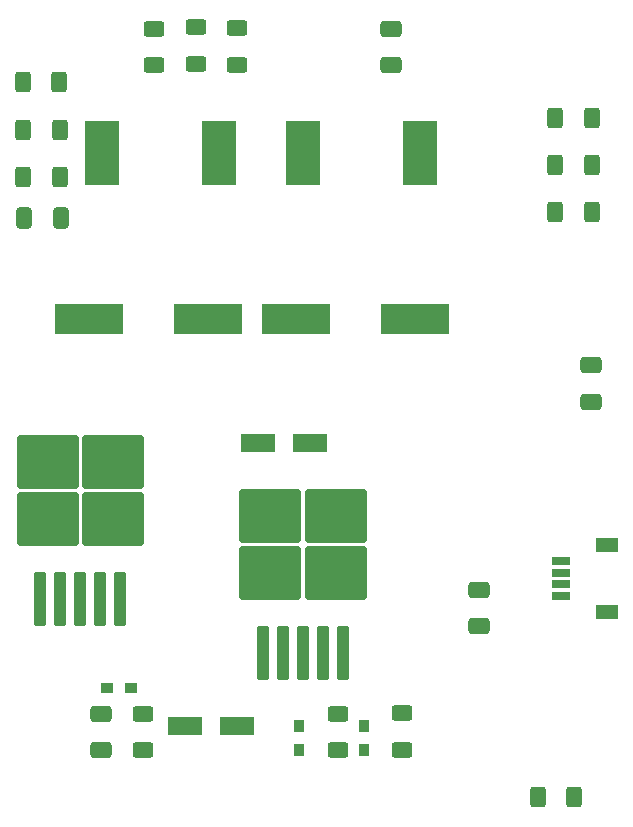
<source format=gbr>
%TF.GenerationSoftware,KiCad,Pcbnew,8.0.8*%
%TF.CreationDate,2025-02-20T18:43:26-05:00*%
%TF.ProjectId,pcb_v3,7063625f-7633-42e6-9b69-6361645f7063,rev?*%
%TF.SameCoordinates,Original*%
%TF.FileFunction,Paste,Top*%
%TF.FilePolarity,Positive*%
%FSLAX46Y46*%
G04 Gerber Fmt 4.6, Leading zero omitted, Abs format (unit mm)*
G04 Created by KiCad (PCBNEW 8.0.8) date 2025-02-20 18:43:26*
%MOMM*%
%LPD*%
G01*
G04 APERTURE LIST*
G04 Aperture macros list*
%AMRoundRect*
0 Rectangle with rounded corners*
0 $1 Rounding radius*
0 $2 $3 $4 $5 $6 $7 $8 $9 X,Y pos of 4 corners*
0 Add a 4 corners polygon primitive as box body*
4,1,4,$2,$3,$4,$5,$6,$7,$8,$9,$2,$3,0*
0 Add four circle primitives for the rounded corners*
1,1,$1+$1,$2,$3*
1,1,$1+$1,$4,$5*
1,1,$1+$1,$6,$7*
1,1,$1+$1,$8,$9*
0 Add four rect primitives between the rounded corners*
20,1,$1+$1,$2,$3,$4,$5,0*
20,1,$1+$1,$4,$5,$6,$7,0*
20,1,$1+$1,$6,$7,$8,$9,0*
20,1,$1+$1,$8,$9,$2,$3,0*%
G04 Aperture macros list end*
%ADD10RoundRect,0.250000X-0.400000X-0.625000X0.400000X-0.625000X0.400000X0.625000X-0.400000X0.625000X0*%
%ADD11R,5.800000X2.500000*%
%ADD12RoundRect,0.250000X0.300000X-2.050000X0.300000X2.050000X-0.300000X2.050000X-0.300000X-2.050000X0*%
%ADD13RoundRect,0.250000X2.375000X-2.025000X2.375000X2.025000X-2.375000X2.025000X-2.375000X-2.025000X0*%
%ADD14R,2.900000X5.400000*%
%ADD15RoundRect,0.250000X-0.412500X-0.650000X0.412500X-0.650000X0.412500X0.650000X-0.412500X0.650000X0*%
%ADD16R,0.850000X1.100000*%
%ADD17RoundRect,0.250000X-0.650000X0.412500X-0.650000X-0.412500X0.650000X-0.412500X0.650000X0.412500X0*%
%ADD18R,3.000000X1.600000*%
%ADD19RoundRect,0.250000X0.400000X0.625000X-0.400000X0.625000X-0.400000X-0.625000X0.400000X-0.625000X0*%
%ADD20RoundRect,0.250000X0.625000X-0.400000X0.625000X0.400000X-0.625000X0.400000X-0.625000X-0.400000X0*%
%ADD21RoundRect,0.250000X0.650000X-0.412500X0.650000X0.412500X-0.650000X0.412500X-0.650000X-0.412500X0*%
%ADD22RoundRect,0.250000X-0.625000X0.400000X-0.625000X-0.400000X0.625000X-0.400000X0.625000X0.400000X0*%
%ADD23R,1.549400X0.660400*%
%ADD24R,1.905000X1.295400*%
%ADD25R,1.100000X0.850000*%
G04 APERTURE END LIST*
D10*
%TO.C,R7*%
X146450000Y-65500000D03*
X149550000Y-65500000D03*
%TD*%
D11*
%TO.C,CP4*%
X124450000Y-78500000D03*
X134550000Y-78500000D03*
%TD*%
D12*
%TO.C,U2*%
X102825000Y-102225000D03*
X104525000Y-102225000D03*
X106225000Y-102225000D03*
D13*
X103450000Y-95500000D03*
X109000000Y-95500000D03*
X103450000Y-90650000D03*
X109000000Y-90650000D03*
D12*
X107925000Y-102225000D03*
X109625000Y-102225000D03*
%TD*%
D10*
%TO.C,R10*%
X146450000Y-69500000D03*
X149550000Y-69500000D03*
%TD*%
D11*
%TO.C,CP3*%
X106950000Y-78500000D03*
X117050000Y-78500000D03*
%TD*%
D14*
%TO.C,L2*%
X125050000Y-64500000D03*
X134950000Y-64500000D03*
%TD*%
D15*
%TO.C,C4*%
X101437500Y-70000000D03*
X104562500Y-70000000D03*
%TD*%
D16*
%TO.C,D4*%
X124760000Y-115005000D03*
X124760000Y-112995000D03*
%TD*%
D17*
%TO.C,C6*%
X149500000Y-82437500D03*
X149500000Y-85562500D03*
%TD*%
D18*
%TO.C,CP2*%
X121300000Y-89000000D03*
X125700000Y-89000000D03*
%TD*%
D19*
%TO.C,R11*%
X148050000Y-119000000D03*
X144950000Y-119000000D03*
%TD*%
D20*
%TO.C,R8*%
X119500000Y-57000000D03*
X119500000Y-53900000D03*
%TD*%
D21*
%TO.C,C1*%
X108000000Y-115062500D03*
X108000000Y-111937500D03*
%TD*%
D22*
%TO.C,R1*%
X111500000Y-111950000D03*
X111500000Y-115050000D03*
%TD*%
D12*
%TO.C,U3*%
X121700000Y-106775000D03*
X123400000Y-106775000D03*
X125100000Y-106775000D03*
D13*
X122325000Y-100050000D03*
X127875000Y-100050000D03*
X122325000Y-95200000D03*
X127875000Y-95200000D03*
D12*
X126800000Y-106775000D03*
X128500000Y-106775000D03*
%TD*%
D20*
%TO.C,R5*%
X116000000Y-56920000D03*
X116000000Y-53820000D03*
%TD*%
%TO.C,R2*%
X112500000Y-57050000D03*
X112500000Y-53950000D03*
%TD*%
%TO.C,R12*%
X128000000Y-115050000D03*
X128000000Y-111950000D03*
%TD*%
D21*
%TO.C,C2*%
X140000000Y-104562500D03*
X140000000Y-101437500D03*
%TD*%
%TO.C,C5*%
X132500000Y-57062500D03*
X132500000Y-53937500D03*
%TD*%
D16*
%TO.C,D5*%
X130260000Y-115005000D03*
X130260000Y-112995000D03*
%TD*%
D23*
%TO.C,J2*%
X146901500Y-102000000D03*
X146901500Y-100999999D03*
X146901500Y-100000001D03*
X146901500Y-99000000D03*
D24*
X150776501Y-97700001D03*
X150776501Y-103299999D03*
%TD*%
D20*
%TO.C,R13*%
X133500000Y-115000000D03*
X133500000Y-111900000D03*
%TD*%
D10*
%TO.C,R6*%
X101400000Y-62500000D03*
X104500000Y-62500000D03*
%TD*%
D14*
%TO.C,L1*%
X108050000Y-64500000D03*
X117950000Y-64500000D03*
%TD*%
D10*
%TO.C,R3*%
X101350000Y-58500000D03*
X104450000Y-58500000D03*
%TD*%
%TO.C,R4*%
X146450000Y-61500000D03*
X149550000Y-61500000D03*
%TD*%
D25*
%TO.C,D3*%
X110505000Y-109740000D03*
X108495000Y-109740000D03*
%TD*%
D10*
%TO.C,R9*%
X101400000Y-66500000D03*
X104500000Y-66500000D03*
%TD*%
D18*
%TO.C,CP1*%
X115100000Y-113000000D03*
X119500000Y-113000000D03*
%TD*%
M02*

</source>
